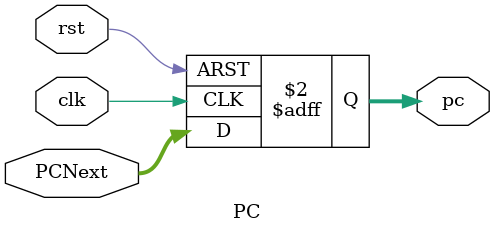
<source format=v>
module PC(PCNext, pc, rst, clk);
    input [31:0] PCNext;
    input clk, rst;
    output reg [31:0] pc;

    always @(posedge clk, posedge rst)
    begin
        if (rst)    
            pc <= 32'h00000000;
        else   
            pc <= PCNext;
    end
endmodule
</source>
